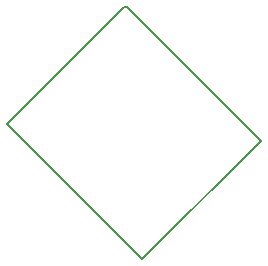
<source format=gbr>
G04 EasyPC Gerber Version 21.0.3 Build 4286 *
G04 #@! TF.Part,Single*
G04 #@! TF.FileFunction,Legend,Bot *
G04 #@! TF.FilePolarity,Positive *
%FSLAX35Y35*%
%MOMM*%
%ADD122C,0.05000*%
%ADD28C,0.12700*%
X0Y0D02*
D02*
D28*
X4478100Y2140910D02*
X3491690Y1154500D01*
X4637200Y8980*
X5637760Y1009540*
X4506390Y2140910*
X4478100*
D02*
D122*
X0Y0D02*
M02*

</source>
